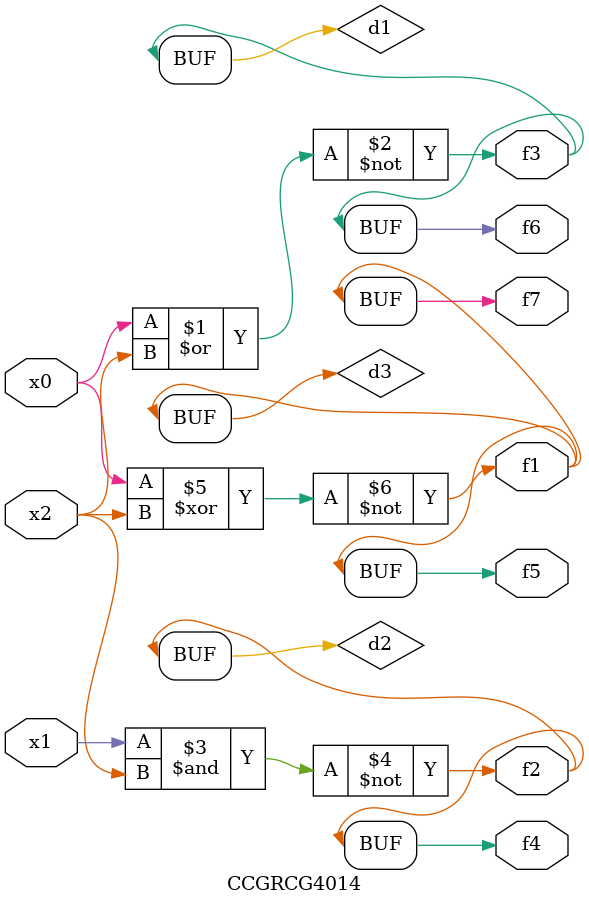
<source format=v>
module CCGRCG4014(
	input x0, x1, x2,
	output f1, f2, f3, f4, f5, f6, f7
);

	wire d1, d2, d3;

	nor (d1, x0, x2);
	nand (d2, x1, x2);
	xnor (d3, x0, x2);
	assign f1 = d3;
	assign f2 = d2;
	assign f3 = d1;
	assign f4 = d2;
	assign f5 = d3;
	assign f6 = d1;
	assign f7 = d3;
endmodule

</source>
